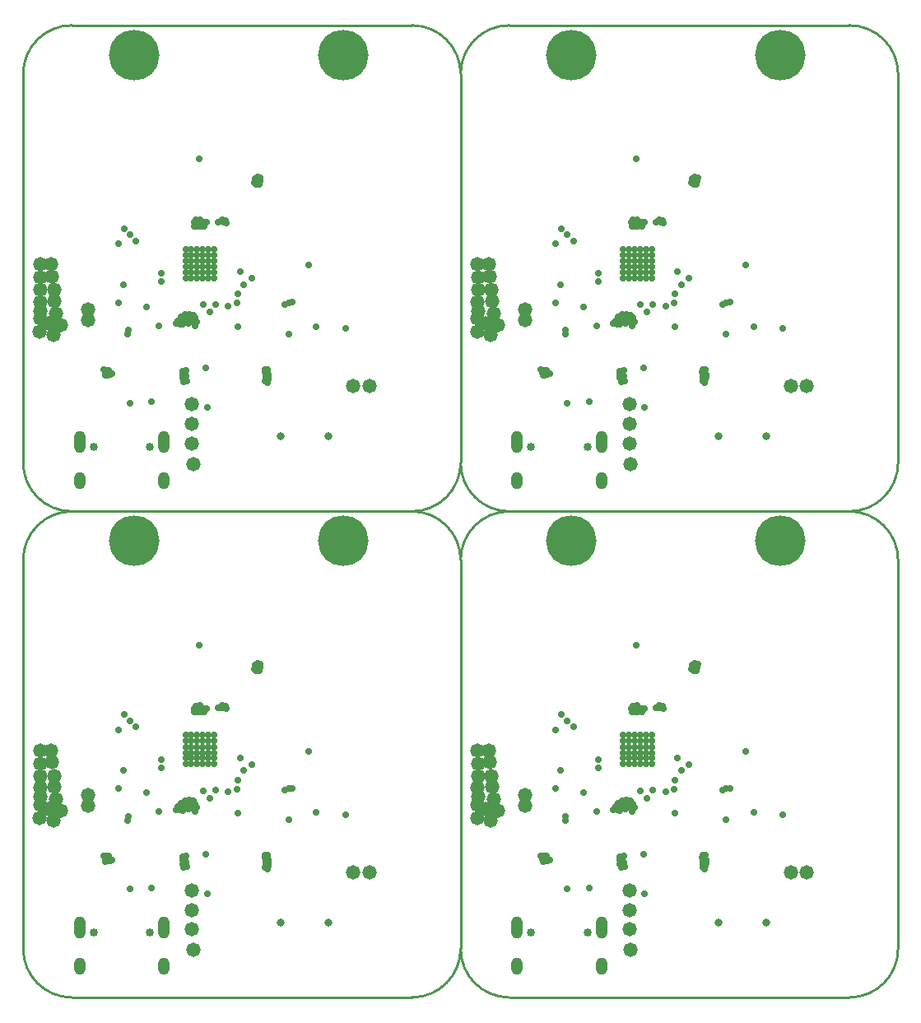
<source format=gbs>
G04*
G04 #@! TF.GenerationSoftware,Altium Limited,Altium Designer,20.2.3 (150)*
G04*
G04 Layer_Color=16711935*
%FSLAX44Y44*%
%MOMM*%
G71*
G04*
G04 #@! TF.SameCoordinates,C1CC25AD-0FF3-43E4-BDA3-AC1D03E08D52*
G04*
G04*
G04 #@! TF.FilePolarity,Negative*
G04*
G01*
G75*
%ADD31C,0.2540*%
%ADD39C,0.2540*%
%ADD73C,0.8032*%
%ADD74C,5.2032*%
%ADD75C,0.8532*%
%ADD76O,1.2032X1.8032*%
%ADD77O,1.2032X2.3032*%
%ADD78C,0.7032*%
%ADD79C,1.4732*%
D31*
X50000Y1000000D02*
G03*
X0Y950000I0J-50000D01*
G01*
X450000D02*
G03*
X400000Y1000000I-50000J0D01*
G01*
X0Y550000D02*
G03*
X50000Y500000I50000J0D01*
G01*
X500000Y1000000D02*
G03*
X450000Y950000I0J-50000D01*
G01*
X900000D02*
G03*
X850000Y1000000I-50000J0D01*
G01*
Y500000D02*
G03*
X900000Y550000I0J50000D01*
G01*
Y450000D02*
G03*
X850000Y500000I-50000J0D01*
G01*
Y0D02*
G03*
X900000Y50000I0J50000D01*
G01*
X450000D02*
G03*
X500000Y0I50000J0D01*
G01*
X50000Y500000D02*
G03*
X0Y450000I0J-50000D01*
G01*
X400000Y0D02*
G03*
X450000Y50000I0J50000D01*
G01*
X0D02*
G03*
X50000Y0I50000J0D01*
G01*
X900000Y50000D02*
Y450000D01*
X0Y550000D02*
Y950000D01*
X50000Y1000000D02*
X400000D01*
X900000Y550000D02*
Y950000D01*
X500000Y1000000D02*
X850000D01*
X500000Y0D02*
X850000D01*
X0Y50000D02*
Y450000D01*
X50000Y500000D02*
X400000D01*
X50000Y0D02*
X400000D01*
X0Y50000D02*
G03*
X50000Y0I50000J0D01*
G01*
X400000D02*
G03*
X450000Y50000I0J50000D01*
G01*
Y450000D02*
G03*
X400000Y500000I-50000J0D01*
G01*
X50000D02*
G03*
X0Y450000I0J-50000D01*
G01*
X50000Y0D02*
X400000D01*
X50000Y500000D02*
X400000D01*
X450000Y50000D02*
Y450000D01*
X0Y50000D02*
Y450000D01*
X450000Y50000D02*
G03*
X500000Y0I50000J0D01*
G01*
X850000D02*
G03*
X900000Y50000I0J50000D01*
G01*
Y450000D02*
G03*
X850000Y500000I-50000J0D01*
G01*
X500000D02*
G03*
X450000Y450000I0J-50000D01*
G01*
X500000Y0D02*
X850000D01*
X500000Y500000D02*
X850000D01*
X900000Y50000D02*
Y450000D01*
X450000Y50000D02*
Y450000D01*
X0Y550000D02*
G03*
X50000Y500000I50000J0D01*
G01*
X400000D02*
G03*
X450000Y550000I0J50000D01*
G01*
Y950000D02*
G03*
X400000Y1000000I-50000J0D01*
G01*
X50000D02*
G03*
X0Y950000I0J-50000D01*
G01*
X50000Y500000D02*
X400000D01*
X50000Y1000000D02*
X400000D01*
X450000Y550000D02*
Y950000D01*
X0Y550000D02*
Y950000D01*
X450000Y550000D02*
G03*
X500000Y500000I50000J0D01*
G01*
X850000D02*
G03*
X900000Y550000I0J50000D01*
G01*
Y950000D02*
G03*
X850000Y1000000I-50000J0D01*
G01*
X500000D02*
G03*
X450000Y950000I0J-50000D01*
G01*
X500000Y500000D02*
X850000D01*
X500000Y1000000D02*
X850000D01*
X900000Y550000D02*
Y950000D01*
X450000Y550000D02*
Y950000D01*
D39*
X900000Y50000D02*
D03*
D73*
X314060Y77180D02*
D03*
X265060D02*
D03*
X764060D02*
D03*
X715060D02*
D03*
X314060Y577180D02*
D03*
X265060D02*
D03*
X764060D02*
D03*
X715060D02*
D03*
D74*
X329184Y469646D02*
D03*
X113919D02*
D03*
X779184D02*
D03*
X563919D02*
D03*
X329184Y969646D02*
D03*
X113919D02*
D03*
X779184D02*
D03*
X563919D02*
D03*
D75*
X72630Y66750D02*
D03*
X130430D02*
D03*
X522630D02*
D03*
X580430D02*
D03*
X72630Y566750D02*
D03*
X130430D02*
D03*
X522630D02*
D03*
X580430D02*
D03*
D76*
X144780Y31750D02*
D03*
X58280D02*
D03*
X594780D02*
D03*
X508280D02*
D03*
X144780Y531750D02*
D03*
X58280D02*
D03*
X594780D02*
D03*
X508280D02*
D03*
D77*
X144780Y71750D02*
D03*
X58280D02*
D03*
X594780D02*
D03*
X508280D02*
D03*
X144780Y571750D02*
D03*
X58280D02*
D03*
X594780D02*
D03*
X508280D02*
D03*
D78*
X126746Y210312D02*
D03*
X116078Y278257D02*
D03*
X109855Y284480D02*
D03*
X103632Y290830D02*
D03*
X102997Y233426D02*
D03*
X97663Y214630D02*
D03*
X97917Y275082D02*
D03*
X189230Y106934D02*
D03*
X180848Y362331D02*
D03*
X172720Y263652D02*
D03*
X167259D02*
D03*
X178816D02*
D03*
X184531D02*
D03*
X190627D02*
D03*
X196342D02*
D03*
X167259Y251714D02*
D03*
X172720D02*
D03*
X178816D02*
D03*
X184531D02*
D03*
X190627D02*
D03*
X196342D02*
D03*
X276860Y215011D02*
D03*
X269113Y212979D02*
D03*
X273304Y214884D02*
D03*
X301625Y189992D02*
D03*
X273050Y182626D02*
D03*
X107696Y182245D02*
D03*
X107950Y186309D02*
D03*
X196342Y240030D02*
D03*
X190627D02*
D03*
X184531D02*
D03*
X178816D02*
D03*
X172720D02*
D03*
X167259D02*
D03*
X196342Y245872D02*
D03*
X190627D02*
D03*
X184531D02*
D03*
X178816D02*
D03*
X172720D02*
D03*
X167259D02*
D03*
X196342Y257429D02*
D03*
X190627D02*
D03*
X184531D02*
D03*
X178816D02*
D03*
X172720D02*
D03*
X167259D02*
D03*
X196342Y269748D02*
D03*
X190627D02*
D03*
X184531D02*
D03*
X178816D02*
D03*
X172720D02*
D03*
X167259D02*
D03*
X293370Y253365D02*
D03*
X176784Y191008D02*
D03*
X178689Y195072D02*
D03*
X177038Y199009D02*
D03*
X175006Y201930D02*
D03*
X170688Y202946D02*
D03*
X166243Y202565D02*
D03*
X167132Y197739D02*
D03*
X162179Y199771D02*
D03*
X163322Y196342D02*
D03*
X159208Y195959D02*
D03*
X164084Y192405D02*
D03*
X161163Y192659D02*
D03*
X157099Y192913D02*
D03*
X184917Y212618D02*
D03*
X186182Y293370D02*
D03*
X182626Y293497D02*
D03*
X179197D02*
D03*
X176022D02*
D03*
X89027Y143129D02*
D03*
X86614D02*
D03*
X84201Y142367D02*
D03*
X91440Y141351D02*
D03*
X89281Y140462D02*
D03*
X86995Y140081D02*
D03*
X84836Y139827D02*
D03*
X88265Y145415D02*
D03*
X82804Y145669D02*
D03*
X168656Y134366D02*
D03*
X167513Y145288D02*
D03*
X164084Y144526D02*
D03*
X166370Y142113D02*
D03*
X163957Y141097D02*
D03*
X167640Y138811D02*
D03*
X166497Y136398D02*
D03*
X163957Y137033D02*
D03*
X251079Y132207D02*
D03*
X249174Y133858D02*
D03*
X251968Y135382D02*
D03*
X252349Y138049D02*
D03*
X249301Y140589D02*
D03*
X252476Y141097D02*
D03*
X251206Y143510D02*
D03*
X248412Y143637D02*
D03*
X251333Y146304D02*
D03*
X248920Y146177D02*
D03*
X243713Y342900D02*
D03*
X241046Y343916D02*
D03*
X238252Y342011D02*
D03*
X240665Y341376D02*
D03*
X243586Y339471D02*
D03*
X242697Y336423D02*
D03*
X239522D02*
D03*
X237363Y338074D02*
D03*
X208915Y296672D02*
D03*
X206209Y297886D02*
D03*
X207772Y299212D02*
D03*
X204597Y300228D02*
D03*
X200914Y297815D02*
D03*
X181483Y300101D02*
D03*
X177419Y299847D02*
D03*
X175895Y297053D02*
D03*
X188722Y297307D02*
D03*
X183515Y297434D02*
D03*
X186055Y297180D02*
D03*
X139954Y191008D02*
D03*
X234950Y239776D02*
D03*
X210825Y211348D02*
D03*
X132207Y112522D02*
D03*
X109887Y111284D02*
D03*
X174498Y194945D02*
D03*
X171958Y198731D02*
D03*
X169926Y193421D02*
D03*
X141864Y236494D02*
D03*
X220472Y223520D02*
D03*
X219583Y214122D02*
D03*
X249555Y137160D02*
D03*
X141737Y245003D02*
D03*
X220604Y189885D02*
D03*
X192024Y205105D02*
D03*
X197744Y212872D02*
D03*
X240289Y338729D02*
D03*
X223017Y246654D02*
D03*
X164973Y133477D02*
D03*
X188105Y147556D02*
D03*
X85725Y145161D02*
D03*
X227076Y233426D02*
D03*
X204089Y297942D02*
D03*
X331470Y187960D02*
D03*
X179900Y297298D02*
D03*
X576746Y210312D02*
D03*
X566078Y278257D02*
D03*
X559855Y284480D02*
D03*
X553632Y290830D02*
D03*
X552997Y233426D02*
D03*
X547663Y214630D02*
D03*
X547917Y275082D02*
D03*
X639230Y106934D02*
D03*
X630848Y362331D02*
D03*
X622720Y263652D02*
D03*
X617259D02*
D03*
X628816D02*
D03*
X634531D02*
D03*
X640627D02*
D03*
X646342D02*
D03*
X617259Y251714D02*
D03*
X622720D02*
D03*
X628816D02*
D03*
X634531D02*
D03*
X640627D02*
D03*
X646342D02*
D03*
X726860Y215011D02*
D03*
X719113Y212979D02*
D03*
X723304Y214884D02*
D03*
X751625Y189992D02*
D03*
X723050Y182626D02*
D03*
X557696Y182245D02*
D03*
X557950Y186309D02*
D03*
X646342Y240030D02*
D03*
X640627D02*
D03*
X634531D02*
D03*
X628816D02*
D03*
X622720D02*
D03*
X617259D02*
D03*
X646342Y245872D02*
D03*
X640627D02*
D03*
X634531D02*
D03*
X628816D02*
D03*
X622720D02*
D03*
X617259D02*
D03*
X646342Y257429D02*
D03*
X640627D02*
D03*
X634531D02*
D03*
X628816D02*
D03*
X622720D02*
D03*
X617259D02*
D03*
X646342Y269748D02*
D03*
X640627D02*
D03*
X634531D02*
D03*
X628816D02*
D03*
X622720D02*
D03*
X617259D02*
D03*
X743370Y253365D02*
D03*
X626784Y191008D02*
D03*
X628689Y195072D02*
D03*
X627038Y199009D02*
D03*
X625006Y201930D02*
D03*
X620688Y202946D02*
D03*
X616243Y202565D02*
D03*
X617132Y197739D02*
D03*
X612179Y199771D02*
D03*
X613322Y196342D02*
D03*
X609208Y195959D02*
D03*
X614084Y192405D02*
D03*
X611163Y192659D02*
D03*
X607099Y192913D02*
D03*
X634917Y212618D02*
D03*
X636182Y293370D02*
D03*
X632626Y293497D02*
D03*
X629197D02*
D03*
X626022D02*
D03*
X539027Y143129D02*
D03*
X536614D02*
D03*
X534201Y142367D02*
D03*
X541440Y141351D02*
D03*
X539281Y140462D02*
D03*
X536995Y140081D02*
D03*
X534836Y139827D02*
D03*
X538265Y145415D02*
D03*
X532804Y145669D02*
D03*
X618656Y134366D02*
D03*
X617513Y145288D02*
D03*
X614084Y144526D02*
D03*
X616370Y142113D02*
D03*
X613957Y141097D02*
D03*
X617640Y138811D02*
D03*
X616497Y136398D02*
D03*
X613957Y137033D02*
D03*
X701079Y132207D02*
D03*
X699174Y133858D02*
D03*
X701968Y135382D02*
D03*
X702349Y138049D02*
D03*
X699301Y140589D02*
D03*
X702476Y141097D02*
D03*
X701206Y143510D02*
D03*
X698412Y143637D02*
D03*
X701333Y146304D02*
D03*
X698920Y146177D02*
D03*
X693713Y342900D02*
D03*
X691046Y343916D02*
D03*
X688252Y342011D02*
D03*
X690665Y341376D02*
D03*
X693586Y339471D02*
D03*
X692697Y336423D02*
D03*
X689522D02*
D03*
X687363Y338074D02*
D03*
X658915Y296672D02*
D03*
X656209Y297886D02*
D03*
X657772Y299212D02*
D03*
X654597Y300228D02*
D03*
X650914Y297815D02*
D03*
X631483Y300101D02*
D03*
X627419Y299847D02*
D03*
X625895Y297053D02*
D03*
X638722Y297307D02*
D03*
X633515Y297434D02*
D03*
X636055Y297180D02*
D03*
X589954Y191008D02*
D03*
X684950Y239776D02*
D03*
X660825Y211348D02*
D03*
X582207Y112522D02*
D03*
X559887Y111284D02*
D03*
X624498Y194945D02*
D03*
X621958Y198731D02*
D03*
X619926Y193421D02*
D03*
X591864Y236494D02*
D03*
X670472Y223520D02*
D03*
X669583Y214122D02*
D03*
X699555Y137160D02*
D03*
X591737Y245003D02*
D03*
X670604Y189885D02*
D03*
X642024Y205105D02*
D03*
X647744Y212872D02*
D03*
X690289Y338729D02*
D03*
X673017Y246654D02*
D03*
X614973Y133477D02*
D03*
X638105Y147556D02*
D03*
X535725Y145161D02*
D03*
X677076Y233426D02*
D03*
X654089Y297942D02*
D03*
X781470Y187960D02*
D03*
X629899Y297298D02*
D03*
X126746Y710312D02*
D03*
X116078Y778257D02*
D03*
X109855Y784480D02*
D03*
X103632Y790830D02*
D03*
X102997Y733426D02*
D03*
X97663Y714630D02*
D03*
X97917Y775082D02*
D03*
X189230Y606934D02*
D03*
X180848Y862331D02*
D03*
X172720Y763652D02*
D03*
X167259D02*
D03*
X178816D02*
D03*
X184531D02*
D03*
X190627D02*
D03*
X196342D02*
D03*
X167259Y751714D02*
D03*
X172720D02*
D03*
X178816D02*
D03*
X184531D02*
D03*
X190627D02*
D03*
X196342D02*
D03*
X276860Y715011D02*
D03*
X269113Y712979D02*
D03*
X273304Y714884D02*
D03*
X301625Y689992D02*
D03*
X273050Y682626D02*
D03*
X107696Y682245D02*
D03*
X107950Y686309D02*
D03*
X196342Y740030D02*
D03*
X190627D02*
D03*
X184531D02*
D03*
X178816D02*
D03*
X172720D02*
D03*
X167259D02*
D03*
X196342Y745872D02*
D03*
X190627D02*
D03*
X184531D02*
D03*
X178816D02*
D03*
X172720D02*
D03*
X167259D02*
D03*
X196342Y757429D02*
D03*
X190627D02*
D03*
X184531D02*
D03*
X178816D02*
D03*
X172720D02*
D03*
X167259D02*
D03*
X196342Y769748D02*
D03*
X190627D02*
D03*
X184531D02*
D03*
X178816D02*
D03*
X172720D02*
D03*
X167259D02*
D03*
X293370Y753365D02*
D03*
X176784Y691008D02*
D03*
X178689Y695072D02*
D03*
X177038Y699009D02*
D03*
X175006Y701930D02*
D03*
X170688Y702946D02*
D03*
X166243Y702565D02*
D03*
X167132Y697739D02*
D03*
X162179Y699771D02*
D03*
X163322Y696342D02*
D03*
X159208Y695959D02*
D03*
X164084Y692405D02*
D03*
X161163Y692659D02*
D03*
X157099Y692913D02*
D03*
X184917Y712618D02*
D03*
X186182Y793370D02*
D03*
X182626Y793497D02*
D03*
X179197D02*
D03*
X176022D02*
D03*
X89027Y643129D02*
D03*
X86614D02*
D03*
X84201Y642367D02*
D03*
X91440Y641351D02*
D03*
X89281Y640462D02*
D03*
X86995Y640081D02*
D03*
X84836Y639827D02*
D03*
X88265Y645415D02*
D03*
X82804Y645669D02*
D03*
X168656Y634366D02*
D03*
X167513Y645288D02*
D03*
X164084Y644526D02*
D03*
X166370Y642113D02*
D03*
X163957Y641097D02*
D03*
X167640Y638811D02*
D03*
X166497Y636398D02*
D03*
X163957Y637033D02*
D03*
X251079Y632207D02*
D03*
X249174Y633858D02*
D03*
X251968Y635382D02*
D03*
X252349Y638049D02*
D03*
X249301Y640589D02*
D03*
X252476Y641097D02*
D03*
X251206Y643510D02*
D03*
X248412Y643637D02*
D03*
X251333Y646304D02*
D03*
X248920Y646177D02*
D03*
X243713Y842900D02*
D03*
X241046Y843916D02*
D03*
X238252Y842011D02*
D03*
X240665Y841376D02*
D03*
X243586Y839471D02*
D03*
X242697Y836423D02*
D03*
X239522D02*
D03*
X237363Y838074D02*
D03*
X208915Y796672D02*
D03*
X206209Y797886D02*
D03*
X207772Y799212D02*
D03*
X204597Y800228D02*
D03*
X200914Y797815D02*
D03*
X181483Y800101D02*
D03*
X177419Y799847D02*
D03*
X175895Y797053D02*
D03*
X188722Y797307D02*
D03*
X183515Y797434D02*
D03*
X186055Y797180D02*
D03*
X139954Y691008D02*
D03*
X234950Y739776D02*
D03*
X210825Y711348D02*
D03*
X132207Y612522D02*
D03*
X109887Y611284D02*
D03*
X174498Y694945D02*
D03*
X171958Y698731D02*
D03*
X169926Y693421D02*
D03*
X141864Y736494D02*
D03*
X220472Y723520D02*
D03*
X219583Y714122D02*
D03*
X249555Y637160D02*
D03*
X141737Y745003D02*
D03*
X220604Y689885D02*
D03*
X192024Y705105D02*
D03*
X197744Y712872D02*
D03*
X240289Y838729D02*
D03*
X223017Y746654D02*
D03*
X164973Y633477D02*
D03*
X188105Y647556D02*
D03*
X85725Y645161D02*
D03*
X227076Y733426D02*
D03*
X204089Y797942D02*
D03*
X331470Y687960D02*
D03*
X179900Y797298D02*
D03*
X576746Y710312D02*
D03*
X566078Y778257D02*
D03*
X559855Y784480D02*
D03*
X553632Y790830D02*
D03*
X552997Y733426D02*
D03*
X547663Y714630D02*
D03*
X547917Y775082D02*
D03*
X639230Y606934D02*
D03*
X630848Y862331D02*
D03*
X622720Y763652D02*
D03*
X617259D02*
D03*
X628816D02*
D03*
X634531D02*
D03*
X640627D02*
D03*
X646342D02*
D03*
X617259Y751714D02*
D03*
X622720D02*
D03*
X628816D02*
D03*
X634531D02*
D03*
X640627D02*
D03*
X646342D02*
D03*
X726860Y715011D02*
D03*
X719113Y712979D02*
D03*
X723304Y714884D02*
D03*
X751625Y689992D02*
D03*
X723050Y682626D02*
D03*
X557696Y682245D02*
D03*
X557950Y686309D02*
D03*
X646342Y740030D02*
D03*
X640627D02*
D03*
X634531D02*
D03*
X628816D02*
D03*
X622720D02*
D03*
X617259D02*
D03*
X646342Y745872D02*
D03*
X640627D02*
D03*
X634531D02*
D03*
X628816D02*
D03*
X622720D02*
D03*
X617259D02*
D03*
X646342Y757429D02*
D03*
X640627D02*
D03*
X634531D02*
D03*
X628816D02*
D03*
X622720D02*
D03*
X617259D02*
D03*
X646342Y769748D02*
D03*
X640627D02*
D03*
X634531D02*
D03*
X628816D02*
D03*
X622720D02*
D03*
X617259D02*
D03*
X743370Y753365D02*
D03*
X626784Y691008D02*
D03*
X628689Y695072D02*
D03*
X627038Y699009D02*
D03*
X625006Y701930D02*
D03*
X620688Y702946D02*
D03*
X616243Y702565D02*
D03*
X617132Y697739D02*
D03*
X612179Y699771D02*
D03*
X613322Y696342D02*
D03*
X609208Y695959D02*
D03*
X614084Y692405D02*
D03*
X611163Y692659D02*
D03*
X607099Y692913D02*
D03*
X634917Y712618D02*
D03*
X636182Y793370D02*
D03*
X632626Y793497D02*
D03*
X629197D02*
D03*
X626022D02*
D03*
X539027Y643129D02*
D03*
X536614D02*
D03*
X534201Y642367D02*
D03*
X541440Y641351D02*
D03*
X539281Y640462D02*
D03*
X536995Y640081D02*
D03*
X534836Y639827D02*
D03*
X538265Y645415D02*
D03*
X532804Y645669D02*
D03*
X618656Y634366D02*
D03*
X617513Y645288D02*
D03*
X614084Y644526D02*
D03*
X616370Y642113D02*
D03*
X613957Y641097D02*
D03*
X617640Y638811D02*
D03*
X616497Y636398D02*
D03*
X613957Y637033D02*
D03*
X701079Y632207D02*
D03*
X699174Y633858D02*
D03*
X701968Y635382D02*
D03*
X702349Y638049D02*
D03*
X699301Y640589D02*
D03*
X702476Y641097D02*
D03*
X701206Y643510D02*
D03*
X698412Y643637D02*
D03*
X701333Y646304D02*
D03*
X698920Y646177D02*
D03*
X693713Y842900D02*
D03*
X691046Y843916D02*
D03*
X688252Y842011D02*
D03*
X690665Y841376D02*
D03*
X693586Y839471D02*
D03*
X692697Y836423D02*
D03*
X689522D02*
D03*
X687363Y838074D02*
D03*
X658915Y796672D02*
D03*
X656209Y797886D02*
D03*
X657772Y799212D02*
D03*
X654597Y800228D02*
D03*
X650914Y797815D02*
D03*
X631483Y800101D02*
D03*
X627419Y799847D02*
D03*
X625895Y797053D02*
D03*
X638722Y797307D02*
D03*
X633515Y797434D02*
D03*
X636055Y797180D02*
D03*
X589954Y691008D02*
D03*
X684950Y739776D02*
D03*
X660825Y711348D02*
D03*
X582207Y612522D02*
D03*
X559887Y611284D02*
D03*
X624498Y694945D02*
D03*
X621958Y698731D02*
D03*
X619926Y693421D02*
D03*
X591864Y736494D02*
D03*
X670472Y723520D02*
D03*
X669583Y714122D02*
D03*
X699555Y637160D02*
D03*
X591737Y745003D02*
D03*
X670604Y689885D02*
D03*
X642024Y705105D02*
D03*
X647744Y712872D02*
D03*
X690289Y838729D02*
D03*
X673017Y746654D02*
D03*
X614973Y633477D02*
D03*
X638105Y647556D02*
D03*
X535725Y645161D02*
D03*
X677076Y733426D02*
D03*
X654089Y797942D02*
D03*
X781470Y687960D02*
D03*
X629899Y797298D02*
D03*
D79*
X66548Y197104D02*
D03*
X66675Y207772D02*
D03*
X38735Y191897D02*
D03*
X356108Y128651D02*
D03*
X339598D02*
D03*
X173736Y110000D02*
D03*
Y90000D02*
D03*
Y70000D02*
D03*
X174860Y48876D02*
D03*
X30861Y181864D02*
D03*
X17018Y184531D02*
D03*
X25908Y193548D02*
D03*
X32131Y216281D02*
D03*
X17526Y215646D02*
D03*
X31750Y227965D02*
D03*
X17653Y227711D02*
D03*
X29718Y241935D02*
D03*
X28829Y253873D02*
D03*
X17526Y254254D02*
D03*
X18034Y240538D02*
D03*
X17399Y197993D02*
D03*
X17907Y206375D02*
D03*
X33909Y203835D02*
D03*
X516548Y197104D02*
D03*
X516675Y207772D02*
D03*
X488735Y191897D02*
D03*
X806108Y128651D02*
D03*
X789598D02*
D03*
X623736Y110000D02*
D03*
Y90000D02*
D03*
Y70000D02*
D03*
X624860Y48876D02*
D03*
X480861Y181864D02*
D03*
X467018Y184531D02*
D03*
X475908Y193548D02*
D03*
X482131Y216281D02*
D03*
X467526Y215646D02*
D03*
X481750Y227965D02*
D03*
X467653Y227711D02*
D03*
X479718Y241935D02*
D03*
X478829Y253873D02*
D03*
X467526Y254254D02*
D03*
X468034Y240538D02*
D03*
X467399Y197993D02*
D03*
X467907Y206375D02*
D03*
X483909Y203835D02*
D03*
X66548Y697104D02*
D03*
X66675Y707772D02*
D03*
X38735Y691897D02*
D03*
X356108Y628651D02*
D03*
X339598D02*
D03*
X173736Y610000D02*
D03*
Y590000D02*
D03*
Y570000D02*
D03*
X174860Y548876D02*
D03*
X30861Y681864D02*
D03*
X17018Y684531D02*
D03*
X25908Y693548D02*
D03*
X32131Y716281D02*
D03*
X17526Y715646D02*
D03*
X31750Y727965D02*
D03*
X17653Y727711D02*
D03*
X29718Y741935D02*
D03*
X28829Y753873D02*
D03*
X17526Y754254D02*
D03*
X18034Y740538D02*
D03*
X17399Y697993D02*
D03*
X17907Y706375D02*
D03*
X33909Y703835D02*
D03*
X516548Y697104D02*
D03*
X516675Y707772D02*
D03*
X488735Y691897D02*
D03*
X806108Y628651D02*
D03*
X789598D02*
D03*
X623736Y610000D02*
D03*
Y590000D02*
D03*
Y570000D02*
D03*
X624860Y548876D02*
D03*
X480861Y681864D02*
D03*
X467018Y684531D02*
D03*
X475908Y693548D02*
D03*
X482131Y716281D02*
D03*
X467526Y715646D02*
D03*
X481750Y727965D02*
D03*
X467653Y727711D02*
D03*
X479718Y741935D02*
D03*
X478829Y753873D02*
D03*
X467526Y754254D02*
D03*
X468034Y740538D02*
D03*
X467399Y697993D02*
D03*
X467907Y706375D02*
D03*
X483909Y703835D02*
D03*
M02*

</source>
